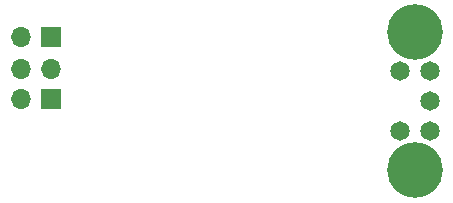
<source format=gbr>
%TF.GenerationSoftware,KiCad,Pcbnew,9.0.5*%
%TF.CreationDate,2025-10-23T12:45:05+01:00*%
%TF.ProjectId,Rotary Encoder,526f7461-7279-4204-956e-636f6465722e,rev?*%
%TF.SameCoordinates,Original*%
%TF.FileFunction,Soldermask,Bot*%
%TF.FilePolarity,Negative*%
%FSLAX46Y46*%
G04 Gerber Fmt 4.6, Leading zero omitted, Abs format (unit mm)*
G04 Created by KiCad (PCBNEW 9.0.5) date 2025-10-23 12:45:05*
%MOMM*%
%LPD*%
G01*
G04 APERTURE LIST*
%ADD10R,1.700000X1.700000*%
%ADD11O,1.700000X1.700000*%
%ADD12C,1.650000*%
%ADD13C,4.710000*%
G04 APERTURE END LIST*
D10*
%TO.C,JK1*%
X115722400Y-112191800D03*
D11*
X113182400Y-112191800D03*
%TD*%
D10*
%TO.C,J7*%
X115733600Y-117454600D03*
D11*
X113193600Y-117454600D03*
X115733600Y-114914600D03*
X113193600Y-114914600D03*
%TD*%
D12*
%TO.C,B1*%
X147799600Y-120182000D03*
X147799600Y-117642000D03*
X147799600Y-115102000D03*
X145299600Y-115102000D03*
X145299600Y-120182000D03*
D13*
X146549600Y-111792000D03*
X146549600Y-123492000D03*
%TD*%
M02*

</source>
